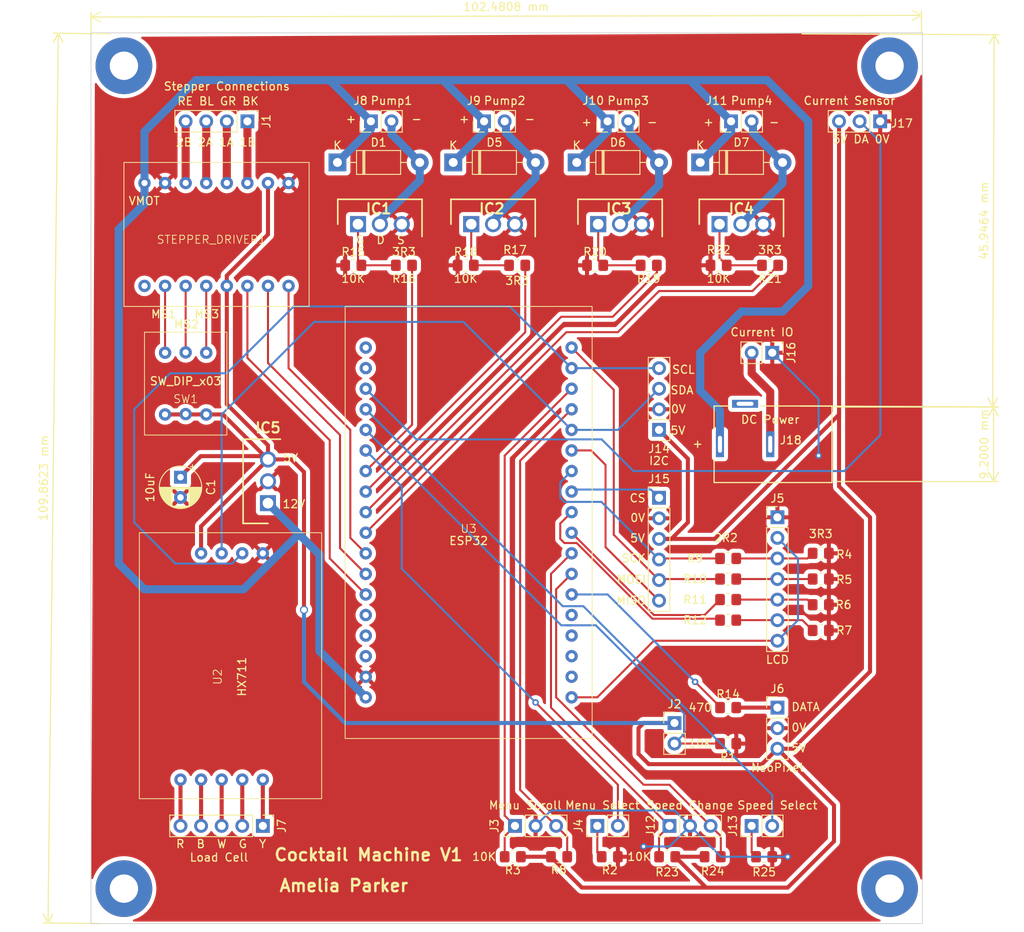
<source format=kicad_pcb>
(kicad_pcb (version 20221018) (generator pcbnew)
  (layers (0 "F.Cu" signal) (31 "B.Cu" signal) (34 "B.Paste" user) (35 "F.Paste" user) (36 "B.SilkS" user "B.Silkscreen") (37 "F.SilkS" user "F.Silkscreen") (38 "B.Mask" user) (39 "F.Mask" user) (44 "Edge.Cuts" user))
  (net 0 "")
  (net 1 "5V")
  (net 2 "SDA")
  (net 3 "SCL")
  (net 4 "SCK")
  (net 5 "Net-(J7-Pin_5)")
  (net 6 "Net-(J7-Pin_4)")
  (net 7 "Net-(J7-Pin_3)")
  (net 8 "Net-(J7-Pin_2)")
  (net 9 "Net-(J7-Pin_1)")
  (net 10 "MOSI")
  (net 11 "Pump1")
  (net 12 "MISO")
  (net 13 "Pump2")
  (net 14 "LCD Reset")
  (net 15 "Pump3")
  (net 16 "LCD DC")
  (net 17 "Pump4")
  (net 18 "Net-(IC1-G)")
  (net 19 "0V")
  (net 20 "Net-(IC2-G)")
  (net 21 "Net-(IC3-G)")
  (net 22 "Net-(IC4-G)")
  (net 23 "Net-(J1-Pin_1)")
  (net 24 "Net-(J1-Pin_2)")
  (net 25 "Net-(J1-Pin_3)")
  (net 26 "Net-(J1-Pin_4)")
  (net 27 "Limit Switch")
  (net 28 "Net-(J5-Pin_3)")
  (net 29 "Net-(J5-Pin_4)")
  (net 30 "Net-(J5-Pin_5)")
  (net 31 "Net-(J5-Pin_6)")
  (net 32 "Net-(J6-Pin_1)")
  (net 33 "Net-(STEPPER_DRIVER1-MS1)")
  (net 34 "Net-(STEPPER_DRIVER1-MS2)")
  (net 35 "Net-(STEPPER_DRIVER1-MS3)")
  (net 37 "3V3")
  (net 40 "NeoPixel DI")
  (net 41 "Stepper Not Sleep")
  (net 42 "Stepper Step")
  (net 43 "Stepper Direction")
  (net 44 "12V")
  (net 47 "Pump1 On")
  (net 48 "Pump2 On")
  (net 49 "Pump3 On")
  (net 50 "Pump4 On")
  (net 55 "Menu Scroll A")
  (net 56 "Net-(J4-Pin_1)")
  (net 57 "Menu Select")
  (net 58 "Speed Change A")
  (net 59 "Speed Change B")
  (net 60 "Net-(J13-Pin_1)")
  (net 61 "Speed Select")
  (net 62 "CurrentOut")
  (net 63 "Current_Value")
  (net 65 "Menu Scroll B")
  (net 67 "CS")
  (footprint "Connector_PinHeader_2.54mm:PinHeader_1x02_P2.54mm_Vertical" (layer "F.Cu") (at 174.625 113.66)
    (fp_text reference "J2")
    (fp_text value "Limit Switch")
  )
  (footprint "Resistor_SMD:R_0805_2012Metric_Pad1.20x1.40mm_HandSolder" (layer "F.Cu") (at 192.675 99.06)
    (fp_text reference "R6")
    (fp_text value "3R3")
  )
  (footprint "Connector_PinHeader_2.54mm:PinHeader_1x02_P2.54mm_Vertical" (layer "F.Cu") (at 181.61 39.37 90)
    (fp_text reference "J11")
    (fp_text value "Pump4")
  )
  (footprint "Resistor_SMD:R_0805_2012Metric_Pad1.20x1.40mm_HandSolder" (layer "F.Cu") (at 181.245 93.345)
    (fp_text reference "R9")
    (fp_text value "2R2")
  )
  (footprint "Resistor_SMD:R_0805_2012Metric_Pad1.20x1.40mm_HandSolder" (layer "F.Cu") (at 192.675 92.71)
    (fp_text reference "R4")
    (fp_text value "3R3")
  )
  (footprint "Diode_THT:D_DO-41_SOD81_P10.16mm_Horizontal" (layer "F.Cu") (at 162.56 44.45)
    (fp_text reference "D6")
    (fp_text value "1N5822")
  )
  (footprint "Connector_PinHeader_2.54mm:PinHeader_1x02_P2.54mm_Vertical" (layer "F.Cu") (at 184.145 126.365 90)
    (fp_text reference "J13")
    (fp_text value "Speed Select")
  )
  (footprint "Connector_PinHeader_2.54mm:PinHeader_1x03_P2.54mm_Vertical" (layer "F.Cu") (at 200.01 39.37 -90)
    (fp_text reference "J17")
    (fp_text value "Current Sensor")
  )
  (footprint "Resistor_SMD:R_0805_2012Metric_Pad1.20x1.40mm_HandSolder" (layer "F.Cu") (at 181.245 100.965)
    (fp_text reference "R12")
    (fp_text value "2R2")
  )
  (footprint "Resistor_SMD:R_0805_2012Metric_Pad1.20x1.40mm_HandSolder" (layer "F.Cu") (at 181.245 111.76)
    (fp_text reference "R14")
    (fp_text value "470")
  )
  (footprint "Resistor_SMD:R_0805_2012Metric_Pad1.20x1.40mm_HandSolder" (layer "F.Cu") (at 166.64 130.175 180)
    (fp_text reference "R2")
    (fp_text value "10K")
  )
  (footprint "N_Mosfet:TO270P460X1020X2008-3P" (layer "F.Cu") (at 149.54 52.07)
    (fp_text reference "IC2")
    (fp_text value "STP60NF06" hide)
  )
  (footprint "Resistor_SMD:R_0805_2012Metric_Pad1.20x1.40mm_HandSolder" (layer "F.Cu") (at 171.45 57.15 180)
    (fp_text reference "R19")
    (fp_text value "3R3")
  )
  (footprint "Resistor_SMD:R_0805_2012Metric_Pad1.20x1.40mm_HandSolder" (layer "F.Cu") (at 180.07 57.15)
    (fp_text reference "R22")
    (fp_text value "10K")
  )
  (footprint "Resistor_SMD:R_0805_2012Metric_Pad1.20x1.40mm_HandSolder" (layer "F.Cu") (at 154.67 130.175 180)
    (fp_text reference "R3")
    (fp_text value "10K")
  )
  (footprint "Resistor_SMD:R_0805_2012Metric_Pad1.20x1.40mm_HandSolder" (layer "F.Cu") (at 185.69 130.175 180)
    (fp_text reference "R25")
    (fp_text value "10K")
  )
  (footprint "Resistor_SMD:R_0805_2012Metric_Pad1.20x1.40mm_HandSolder" (layer "F.Cu") (at 186.42 57.15 180)
    (fp_text reference "R21")
    (fp_text value "3R3")
  )
  (footprint "Resistor_SMD:R_0805_2012Metric_Pad1.20x1.40mm_HandSolder" (layer "F.Cu") (at 160.385 130.175)
    (fp_text reference "R8")
    (fp_text value "10K")
  )
  (footprint "Resistor_SMD:R_0805_2012Metric_Pad1.20x1.40mm_HandSolder" (layer "F.Cu") (at 134.985 57.15)
    (fp_text reference "R15")
    (fp_text value "10K")
  )
  (footprint "MountingHole:MountingHole_3.5mm_Pad" (layer "F.Cu") (at 106.68 134.112)
    (fp_text reference "H3")
    (fp_text value "MountingHole")
  )
  (footprint "Diode_THT:D_DO-41_SOD81_P10.16mm_Horizontal" (layer "F.Cu") (at 147.32 44.45)
    (fp_text reference "D5")
    (fp_text value "1N5822")
  )
  (footprint "SamacSys_Parts:DC Jack" (layer "F.Cu") (at 180.236 79.248 180)
    (fp_text reference "J18")
    (fp_text value "DC Power")
  )
  (footprint "N_Mosfet:TO270P460X1020X2008-3P" (layer "F.Cu") (at 180.18 52.07)
    (fp_text reference "IC4")
    (fp_text value "STP60NF06" hide)
  )
  (footprint "Resistor_SMD:R_0805_2012Metric_Pad1.20x1.40mm_HandSolder" (layer "F.Cu") (at 181.245 95.885)
    (fp_text reference "R10")
    (fp_text value "2R2")
  )
  (footprint "Connector_PinHeader_2.54mm:PinHeader_1x02_P2.54mm_Vertical" (layer "F.Cu") (at 137.16 39.37 90)
    (fp_text reference "J8")
    (fp_text value "Pump1")
  )
  (footprint "Connector_PinHeader_2.54mm:PinHeader_1x02_P2.54mm_Vertical" (layer "F.Cu") (at 186.69 67.945 -90)
    (fp_text reference "J16")
    (fp_text value "Current IO")
  )
  (footprint "Capacitor_THT:CP_Radial_D5.0mm_P2.50mm" (layer "F.Cu") (at 113.665 83.312 -90)
    (fp_text reference "C1")
    (fp_text value "10uF")
  )
  (footprint "Connector_PinHeader_2.54mm:PinHeader_1x04_P2.54mm_Vertical" (layer "F.Cu") (at 172.72 77.47 180)
    (fp_text reference "J14")
    (fp_text value "I2C")
  )
  (footprint "Resistor_SMD:R_0805_2012Metric_Pad1.20x1.40mm_HandSolder" (layer "F.Cu") (at 148.86 57.15)
    (fp_text reference "R18")
    (fp_text value "10K")
  )
  (footprint "Connector_PinHeader_2.54mm:PinHeader_1x05_P2.54mm_Vertical" (layer "F.Cu") (at 123.825 126.365 -90)
    (fp_text reference "J7")
    (fp_text value "Load Cell")
  )
  (footprint "Resistor_SMD:R_0805_2012Metric_Pad1.20x1.40mm_HandSolder" (layer "F.Cu") (at 173.72 130.175 180)
    (fp_text reference "R23")
    (fp_text value "10K")
  )
  (footprint "Resistor_SMD:R_0805_2012Metric_Pad1.20x1.40mm_HandSolder" (layer "F.Cu") (at 164.83 57.15)
    (fp_text reference "R20")
    (fp_text value "10K")
  )
  (footprint "Connector_PinHeader_2.54mm:PinHeader_1x02_P2.54mm_Vertical" (layer "F.Cu") (at 165.1 126.365 90)
    (fp_text reference "J4")
    (fp_text value "Menu Select")
  )
  (footprint "Resistor_SMD:R_0805_2012Metric_Pad1.20x1.40mm_HandSolder" (layer "F.Cu") (at 155.21 57.15 180)
    (fp_text reference "R17")
    (fp_text value "3R3")
  )
  (footprint "Connector_PinHeader_2.54mm:PinHeader_1x04_P2.54mm_Vertical" (layer "F.Cu") (at 121.92 39.37 -90)
    (fp_text reference "J1")
    (fp_text value "Stepper Connections")
  )
  (footprint "Resistor_SMD:R_0805_2012Metric_Pad1.20x1.40mm_HandSolder" (layer "F.Cu") (at 192.675 95.885)
    (fp_text reference "R5")
    (fp_text value "3R3")
  )
  (footprint "Connector_PinHeader_2.54mm:PinHeader_1x03_P2.54mm_Vertical" (layer "F.Cu") (at 187.325 111.76)
    (fp_text reference "J6")
    (fp_text value "NeoPixel")
  )
  (footprint "JayCar:DIL Switch" (layer "F.Cu") (at 114.3 73.025 90)
    (fp_text reference "SW1")
    (fp_text value "SW_DIP_x03")
  )
  (footprint "Resistor_SMD:R_0805_2012Metric_Pad1.20x1.40mm_HandSolder" (layer "F.Cu") (at 181.245 98.425)
    (fp_text reference "R11")
    (fp_text value "2R2")
  )
  (footprint "Connector_PinHeader_2.54mm:PinHeader_1x02_P2.54mm_Vertical" (layer "F.Cu") (at 151.13 39.37 90)
    (fp_text reference "J9")
    (fp_text value "Pump2")
  )
  (footprint "N_Mosfet:TO270P460X1020X2008-3P" (layer "F.Cu") (at 124.46 86.52 90)
    (fp_text reference "IC5")
    (fp_text value "5V Regulator" hide)
  )
  (footprint "MountingHole:MountingHole_3.5mm_Pad" (layer "F.Cu") (at 106.68 32.512)
    (fp_text reference "H1")
    (fp_text value "MountingHole")
  )
  (footprint "Microcontrollers:DOIT ESP32 DEVKIT" (layer "F.Cu") (at 149.225 90.17)
    (fp_text reference "U3")
    (fp_text value "ESP32")
  )
  (footprint "N_Mosfet:TO270P460X1020X2008-3P" (layer "F.Cu") (at 135.57 52.07)
    (fp_text reference "IC1")
    (fp_text value "STP60NF06" hide)
  )
  (footprint "N_Mosfet:TO270P460X1020X2008-3P" (layer "F.Cu") (at 165.21 52.07)
    (fp_text reference "IC3")
    (fp_text value "STP60NF06" hide)
  )
  (footprint "HX711_lib:HX711" (layer "F.Cu") (at 118.745 107.95 90)
    (fp_text reference "U2")
    (fp_text value "~")
  )
  (footprint "Diode_THT:D_DO-41_SOD81_P10.16mm_Horizontal" (layer "F.Cu") (at 177.8 44.45)
    (fp_text reference "D7")
    (fp_text value "1N5822")
  )
  (footprint "Resistor_SMD:R_0805_2012Metric_Pad1.20x1.40mm_HandSolder" (layer "F.Cu") (at 181.245 116.205 180)
    (fp_text reference "R1")
    (fp_text value "10K")
  )
  (footprint "Connector_PinHeader_2.54mm:PinHeader_1x07_P2.54mm_Vertical" (layer "F.Cu") (at 187.325 88.265)
    (fp_text reference "J5")
    (fp_text value "LCD")
  )
  (footprint "Connector_PinHeader_2.54mm:PinHeader_1x03_P2.54mm_Vertical" (layer "F.Cu") (at 174.005 126.365 90)
    (fp_text reference "J12")
    (fp_text value "Speed Change")
  )
  (footprint "Connector_PinHeader_2.54mm:PinHeader_1x03_P2.54mm_Vertical" (layer "F.Cu") (at 154.94 126.365 90)
    (fp_text reference "J3")
    (fp_text value "Menu Scroll")
  )
  (footprint "Resistor_SMD:R_0805_2012Metric_Pad1.20x1.40mm_HandSolder" (layer "F.Cu") (at 141.24 57.15 180)
    (fp_text reference "R16")
    (fp_text value "3R3")
  )
  (footprint "MountingHole:MountingHole_3.5mm_Pad" (layer "F.Cu") (at 201.168 32.512)
    (fp_text reference "H2")
    (fp_text value "MountingHole")
  )
  (footprint "Diode_THT:D_DO-41_SOD81_P10.16mm_Horizontal" (layer "F.Cu") (at 133.03 44.45)
    (fp_text reference "D1")
    (fp_text value "1N5822")
  )
  (footprint "Resistor_SMD:R_0805_2012Metric_Pad1.20x1.40mm_HandSolder" (layer "F.Cu") (at 192.675 102.235)
    (fp_text reference "R7")
    (fp_text value "3R3")
  )
  (footprint "Connector_PinHeader_2.54mm:PinHeader_1x02_P2.54mm_Vertical" (layer "F.Cu") (at 166.37 39.37 90)
    (fp_text reference "J10")
    (fp_text value "Pump3")
  )
  (footprint "Connector_PinHeader_2.54mm:PinHeader_1x06_P2.54mm_Vertical" (layer "F.Cu") (at 172.72 85.852)
    (fp_text reference "J15")
    (fp_text value "SPI")
  )
  (footprint "Resistor_SMD:R_0805_2012Metric_Pad1.20x1.40mm_HandSolder" (layer "F.Cu") (at 179.34 130.175)
    (fp_text reference "R24")
    (fp_text value "10K")
  )
  (footprint "MountingHole:MountingHole_3.5mm_Pad" (layer "F.Cu") (at 201.168 134.112)
    (fp_text reference "H4")
    (fp_text value "MountingHole")
  )
  (footprint "A4988:A4988" (layer "F.Cu") (at 119.38 54.61 90)
    (fp_text reference "STEPPER_DRIVER1")
    (fp_text value "~")
  )
  (gr_rect (start 102.616 28.448) (end 205.232 138.43) (stroke (width 0.1)) (fill none) (layer "Edge.Cuts"))
  (gr_text "MS1   MS3\n" (at 109.952219 63.762053) (layer "F.SilkS") (effects (font (size 1 1)) (justify left bottom)))
  (gr_text "2B 2A 1A 1B" (at 113.03 42.545) (layer "F.SilkS") (effects (font (size 1 1)) (justify left bottom)))
  (gr_text "CS\n" (at 168.999458 86.486897) (layer "F.SilkS") (effects (font (size 1 1)) (justify left bottom)))
  (gr_text "G  D  S\n" (at 135.23874 54.601644) (layer "F.SilkS") (effects (font (size 1 1)) (justify left bottom)))
  (gr_text "DATA\n" (at 188.976 112.268) (layer "F.SilkS") (effects (font (size 1 1)) (justify left bottom)))
  (gr_text "0V\n" (at 188.976 114.808) (layer "F.SilkS") (effects (font (size 1 1)) (justify left bottom)))
  (gr_text "Amelia Parker\n" (at 125.73 134.62) (layer "F.SilkS") (effects (font (size 1.5 1.5) (thickness 0.3) bold) (justify left bottom)))
  (gr_text "+         -\n\n" (at 133.985 41.275) (layer "F.SilkS") (effects (font (size 1 1)) (justify left bottom)))
  (gr_text "5V" (at 188.976 117.348) (layer "F.SilkS") (effects (font (size 1 1)) (justify left bottom)))
  (gr_text "0V\n" (at 169.087992 88.922244) (layer "F.SilkS") (effects (font (size 1 1)) (justify left bottom)))
  (gr_text "SCL\n" (at 174.244 70.612) (layer "F.SilkS") (effects (font (size 1 1)) (justify left bottom)))
  (gr_text "5V\n" (at 126.245075 81.52835) (layer "F.SilkS") (effects (font (size 1 1)) (justify left bottom)))
  (gr_text "MISO" (at 167.367891 99.128767) (layer "F.SilkS") (effects (font (size 1 1)) (justify left bottom)))
  (gr_text "VMOT" (at 107.188 49.784) (layer "F.SilkS") (effects (font (size 1 1)) (justify left bottom)))
  (gr_text "5V" (at 169.062697 91.435703) (layer "F.SilkS") (effects (font (size 1 1)) (justify left bottom)))
  (gr_text "+         -\n\n" (at 147.955 41.275) (layer "F.SilkS") (effects (font (size 1 1)) (justify left bottom)))
  (gr_text "RE BL GR BK" (at 113.198823 37.47395) (layer "F.SilkS") (effects (font (size 1 1)) (justify left bottom)))
  (gr_text "12V" (at 126.175159 87.209024) (layer "F.SilkS") (effects (font (size 1 1)) (justify left bottom)))
  (gr_text "+         -\n\n" (at 163.068 41.656) (layer "F.SilkS") (effects (font (size 1 1)) (justify left bottom)))
  (gr_text "5V\n" (at 174.05 78.135) (layer "F.SilkS") (effects (font (size 1 1)) (justify left bottom)))
  (gr_text "Cocktail Machine V1" (at 125.095 130.81) (layer "F.SilkS") (effects (font (size 1.5 1.5) (thickness 0.3) bold) (justify left bottom)))
  (gr_text "MS2\n" (at 112.776 65.024) (layer "F.SilkS") (effects (font (size 1 1)) (justify left bottom)))
  (gr_text "0V" (at 174.104466 75.491565) (layer "F.SilkS") (effects (font (size 1 1)) (justify left bottom)))
  (gr_text "SDA" (at 174.05 73.152) (layer "F.SilkS") (effects (font (size 1 1)) (justify left bottom)))
  (gr_text "+         -\n\n" (at 178.10942 41.656) (layer "F.SilkS") (effects (font (size 1 1)) (justify left bottom)))
  (gr_text "MOSI" (at 167.405835 96.518817) (layer "F.SilkS") (effects (font (size 1 1)) (justify left bottom)))
  (gr_text "R  B  W  G  Y\n" (at 113.039824 129.179462) (layer "F.SilkS") (effects (font (size 1 1)) (justify left bottom)))
  (gr_text "5V DA 0V" (at 194.056 42.164) (layer "F.SilkS") (effects (font (size 1 1)) (justify left bottom)))
  (gr_text "SCK" (at 168.025577 93.914673) (layer "F.SilkS") (effects (font (size 1 1)) (justify left bottom)))
  (dimension (type aligned) (layer "F.SilkS") (pts (xy 102.624402 29.413621) (xy 205.105 29.21)) (height -2.920639) (gr_text "102.4808 mm" (at 153.856613 25.241179 0.1138426794) (layer "F.SilkS") (effects (font (size 1 1) (thickness 0.15)))) (format (prefix "") (suffix "") (units 3) (units_format 1) (precision 4)) (style (thickness 0.15) (arrow_length 1.27) (text_position_mode 0) (extension_height 0.58642) (extension_offset 0.5) keep_text_aligned))
  (dimension (type aligned) (layer "F.SilkS") (pts (xy 193.936002 74.647999) (xy 193.936002 83.848001)) (height -20.058998) (gr_text "9.2000 mm" (at 212.845 79.248 90) (layer "F.SilkS") (effects (font (size 1 1) (thickness 0.15)))) (format (prefix "") (suffix "") (units 3) (units_format 1) (precision 4)) (style (thickness 0.15) (arrow_length 1.27) (text_position_mode 0) (extension_height 0.58642) (extension_offset 0.5) keep_text_aligned))
  (dimension (type aligned) (layer "F.SilkS") (pts (xy 189.665972 74.520999) (xy 189.865 28.575)) (height 24.216764) (gr_text "45.9464 mm" (at 212.832034 51.647918 89.7518088) (layer "F.SilkS") (effects (font (size 1 1) (thickness 0.15)))) (format (prefix "") (suffix "") (units 3) (units_format 1) (precision 4)) (style (thickness 0.15) (arrow_length 1.27) (text_position_mode 0) (extension_height 0.58642) (extension_offset 0.5) keep_text_aligned))
  (dimension (type aligned) (layer "F.SilkS") (pts (xy 104.14 138.43) (xy 105.41 28.575)) (height -6.824941) (gr_text "109.8623 mm" (at 96.800592 83.41031 89.33765055) (layer "F.SilkS") (effects (font (size 1 1) (thickness 0.15)))) (format (prefix "") (suffix "") (units 3) (units_format 1) (precision 4)) (style (thickness 0.15) (arrow_length 1.27) (text_position_mode 0) (extension_height 0.58642) (extension_offset 0.5) keep_text_aligned))
  (segment (start 198.755 88.265) (end 198.755 107.315) (width 0.5) (layer "F.Cu") (net 1))
  (segment (start 163.195 133.985) (end 159.385 130.175) (width 0.5) (layer "F.Cu") (net 1))
  (segment (start 178.53 133.985) (end 163.195 133.985) (width 0.5) (layer "F.Cu") (net 1))
  (segment (start 194.93 71.12) (end 194.93 84.44) (width 0.5) (layer "F.Cu") (net 1))
  (segment (start 170.18 117.475) (end 170.18 114.3) (width 0.5) (layer "F.Cu") (net 1))
  (segment (start 194.31 123.825) (end 194.31 128.27) (width 0.5) (layer "F.Cu") (net 1))
  (segment (start 155.67 130.175) (end 159.385 130.175) (width 0.5) (layer "F.Cu") (net 1))
  (segment (start 194.93 71.12) (end 194.93 39.37) (width 0.5) (layer "F.Cu") (net 1))
  (segment (start 174.244 90.932) (end 176.276 88.9) (width 0.5) (layer "F.Cu") (net 1))
  (segment (start 116.205 92.71) (end 116.205 89.375) (width 0.5) (layer "F.Cu") (net 1))
  (segment (start 176.276 81.026) (end 172.72 77.47) (width 0.5) (layer "F.Cu") (net 1))
  (segment (start 116.84 75.565) (end 111.76 75.565) (width 0.5) (layer "F.Cu") (net 1))
  (segment (start 170.82 113.66) (end 174.625 113.66) (width 0.5) (layer "F.Cu") (net 1))
  (segment (start 128.905 99.695) (end 128.905 82.677) (width 0.5) (layer "F.Cu") (net 1))
  (segment (start 170.18 114.3) (end 170.82 113.66) (width 0.5) (layer "F.Cu") (net 1))
  (segment (start 119.38 58.42) (end 124.46 53.34) (width 0.5) (layer "F.Cu") (net 1))
  (segment (start 124.46 79.375) (end 124.46 81.12) (width 0.5) (layer "F.Cu") (net 1))
  (segment (start 194.31 128.27) (end 188.595 133.985) (width 0.5) (layer "F.Cu") (net 1))
  (segment (start 127.348 81.12) (end 124.46 81.12) (width 0.5) (layer "F.Cu") (net 1))
  (segment (start 119.38 74.295) (end 124.46 79.375) (width 0.5) (layer "F.Cu") (net 1))
  (segment (start 179.578 90.932) (end 172.72 90.932) (width 0.5) (layer "F.Cu") (net 1))
  (segment (start 174.6725 130.175) (end 178.3875 130.175) (width 0.5) (layer "F.Cu") (net 1))
  (segment (start 128.905 82.677) (end 127.348 81.12) (width 0.5) (layer "F.Cu") (net 1))
  (segment (start 171.45 118.745) (end 170.18 117.475) (width 0.5) (layer "F.Cu") (net 1))
  (segment (start 176.276 88.9) (end 176.276 81.026) (width 0.5) (layer "F.Cu") (net 1))
  (segment (start 124.46 81.12) (end 118.905 75.565) (width 0.5) (layer "F.Cu") (net 1))
  (segment (start 194.93 71.12) (end 194.93 75.58) (width 0.5) (layer "F.Cu") (net 1))
  (segment (start 118.905 75.565) (end 116.84 75.565) (width 0.5) (layer "F.Cu") (net 1))
  (segment (start 124.049887 80.709887) (end 124.46 81.12) (width 0.5) (layer "F.Cu") (net 1))
  (segment (start 198.755 107.315) (end 189.23 116.84) (width 0.5) (layer "F.Cu") (net 1))
  (segment (start 124.46 53.34) (end 124.46 46.99) (width 0.5) (layer "F.Cu") (net 1))
  (segment (start 172.72 90.932) (end 174.244 90.932) (width 0.5) (layer "F.Cu") (net 1))
  (segment (start 119.38 59.69) (end 119.38 74.295) (width 0.5) (layer "F.Cu") (net 1))
  (segment (start 113.665 83.225) (end 116.180113 80.709887) (width 0.5) (layer "F.Cu") (net 1))
  (segment (start 194.93 84.44) (end 198.755 88.265) (width 0.5) (layer "F.Cu") (net 1))
  (segment (start 189.23 116.84) (end 187.325 116.84) (width 0.5) (layer "F.Cu") (net 1))
  (segment (start 119.38 59.69) (end 119.38 58.42) (width 0.5) (layer "F.Cu") (net 1))
  (segment (start 116.180113 80.709887) (end 124.049887 80.709887) (width 0.5) (layer "F.Cu") (net 1))
  (segment (start 185.42 118.745) (end 171.45 118.745) (width 0.5) (layer "F.Cu") (net 1))
  (segment (start 116.205 89.375) (end 124.46 81.12) (width 0.5) (layer "F.Cu") (net 1))
  (segment (start 187.325 116.84) (end 185.42 118.745) (width 0.5) (layer "F.Cu") (net 1))
  (segment (start 188.595 133.985) (end 178.53 133.985) (width 0.5) (layer "F.Cu") (net 1))
  (segment (start 178.53 133.985) (end 174.72 130.175) (width 0.5) (layer "F.Cu") (net 1))
  (segment (start 187.325 116.84) (end 194.31 123.825) (width 0.5) (layer "F.Cu") (net 1))
  (segment (start 194.93 75.58) (end 179.578 90.932) (width 0.5) (layer "F.Cu") (net 1))
  (via (at 128.905 99.695) (size 1) (drill 0.7) (layers "F.Cu" "B.Cu") (net 1))
  (segment (start 128.905 108.585) (end 133.98 113.66) (width 0.5) (layer "B.Cu") (net 1))
  (segment (start 128.905 99.695) (end 128.905 108.585) (width 0.5) (layer "B.Cu") (net 1))
  (segment (start 133.98 113.66) (end 174.625 113.66) (width 0.5) (layer "B.Cu") (net 1))
  (segment (start 118.745 92.71) (end 118.745 75.565) (width 0.25) (layer "B.Cu") (net 2))
  (segment (start 148.59 64.135) (end 161.925 77.47) (width 0.25) (layer "B.Cu") (net 2))
  (segment (start 172.72 72.39) (end 167.64 77.47) (width 0.25) (layer "B.Cu") (net 2))
  (segment (start 130.175 64.135) (end 148.59 64.135) (width 0.25) (layer "B.Cu") (net 2))
  (segment (start 167.64 77.47) (end 161.925 77.47) (width 0.25) (layer "B.Cu") (net 2))
  (segment (start 118.745 75.565) (end 130.175 64.135) (width 0.25) (layer "B.Cu") (net 2))
  (segment (start 112.395 70.485) (end 119.38 70.485) (width 0.25) (layer "B.Cu") (net 3))
  (segment (start 154.305 62.23) (end 161.925 69.85) (width 0.25) (layer "B.Cu") (net 3))
  (segment (start 113.03 93.98) (end 107.95 88.9) (width 0.25) (layer "B.Cu") (net 3))
  (segment (start 107.95 88.9) (end 107.95 74.93) (width 0.25) (layer "B.Cu") (net 3))
  (segment (start 121.285 92.71) (end 120.015 93.98) (width 0.25) (layer "B.Cu") (net 3))
  (segment (start 172.72 69.85) (end 161.925 69.85) (width 0.25) (layer "B.Cu") (net 3))
  (segment (start 127.635 62.23) (end 154.305 62.23) (width 0.25) (layer "B.Cu") (net 3))
  (segment (start 119.38 70.485) (end 127.635 62.23) (width 0.25) (layer "B.Cu") (net 3))
  (segment (start 120.015 93.98) (end 113.03 93.98) (width 0.25) (layer "B.Cu") (net 3))
  (segment (start 107.95 74.93) (end 112.395 70.485) (width 0.25) (layer "B.Cu") (net 3))
  (segment (start 180.245 93.345) (end 172.72 93.345) (width 0.25) (layer "F.Cu") (net 4))
  (segment (start 165.608 86.36) (end 161.036 86.36) (width 0.25) (layer "B.Cu") (net 4))
  (segment (start 160.528 83.947) (end 161.925 82.55) (width 0.25) (layer "B.Cu") (net 4))
  (segment (start 172.72 93.472) (end 165.608 86.36) (width 0.25) (layer "B.Cu") (net 4))
  (segment (start 160.528 85.852) (end 160.528 83.947) (width 0.25) (layer "B.Cu") (net 4))
  (segment (start 161.036 86.36) (end 160.528 85.852) (width 0.25) (layer "B.Cu") (net 4))
  (segment (start 113.665 120.65) (end 113.665 126.365) (width 0.5) (layer "F.Cu") (net 5))
  (segment (start 116.205 120.65) (end 116.205 126.365) (width 0.5) (layer "F.Cu") (net 6))
  (segment (start 118.745 120.65) (end 118.745 126.365) (width 0.5) (layer "F.Cu") (net 7))
  (segment (start 121.285 120.65) (end 121.285 126.365) (width 0.5) (layer "F.Cu") (net 8))
  (segment (start 123.825 120.65) (end 123.825 126.365) (width 0.5) (layer "F.Cu") (net 9))
  (segment (start 167.132 72.517) (end 161.925 67.31) (width 0.25) (layer "F.Cu") (net 10))
  (segment (start 180.245 95.885) (end 172.72 95.885) (width 0.25) (layer "F.Cu") (net 10))
  (segment (start 167.132 90.424) (end 167.132 72.517) (width 0.25) (layer "F.Cu") (net 10))
  (segment (start 167.132 90.424) (end 172.72 96.012) (width 0.25) (layer "F.Cu") (net 10))
  (segment (start 138.065 51.8) (end 143.19 46.675) (width 1) (layer "B.Cu") (net 11))
  (segment (start 143.19 44.45) (end 139.7 40.96) (width 1) (layer "B.Cu") (net 11))
  (segment (start 143.19 46.675) (end 143.19 44.45) (width 1) (layer "B.Cu") (net 11))
  (segment (start 139.7 40.96) (end 139.7 39.37) (width 1) (layer "B.Cu") (net 11))
  (segment (start 166.116 91.948) (end 166.116 81.788) (width 0.25) (layer "F.Cu") (net 12))
  (segment (start 172.72 98.552) (end 166.116 91.948) (width 0.25) (layer "F.Cu") (net 12))
  (segment (start 164.338 80.01) (end 161.925 80.01) (width 0.25) (layer "F.Cu") (net 12))
  (segment (start 166.116 81.788) (end 164.338 80.01) (width 0.25) (layer "F.Cu") (net 12))
  (segment (start 157.32 44.29) (end 153.83 40.8) (width 1) (layer "B.Cu") (net 13))
  (segment (start 157.48 46.355) (end 157.48 44.45) (width 1) (layer "B.Cu") (net 13))
  (segment (start 152.035 51.8) (end 157.48 46.355) (width 1) (layer "B.Cu") (net 13))
  (segment (start 153.83 40.8) (end 153.83 39.21) (width 1) (layer "B.Cu") (net 13))
  (segment (start 172.085 100.33) (end 161.925 90.17) (width 0.25) (layer "F.Cu") (net 14))
  (segment (start 178.34 100.33) (end 172.085 100.33) (width 0.25) (layer "F.Cu") (net 14))
  (segment (start 180.245 98.425) (end 178.34 100.33) (width 0.25) (layer "F.Cu") (net 14))
  (segment (start 172.72 44.45) (end 172.72 47.26) (width 1) (layer "B.Cu") (net 15))
  (segment (start 172.72 47.26) (end 167.91 52.07) (width 1) (layer "B.Cu") (net 15))
  (segment (start 169.07 40.8) (end 169.07 39.21) (width 1) (layer "B.Cu") (net 15))
  (segment (start 172.56 44.29) (end 169.07 40.8) (width 1) (layer "B.Cu") (net 15))
  (segment (start 162.558251 91.44) (end 161.036 91.44) (width 0.25) (layer "F.Cu") (net 16))
  (segment (start 180.06 100.78) (end 171.898251 100.78) (width 0.25) (layer "F.Cu") (net 16))
  (segment (start 160.528 90.932) (end 160.528 89.027) (width 0.25) (layer "F.Cu") (net 16))
  (segment (start 171.898251 100.78) (end 162.558251 91.44) (width 0.25) (layer "F.Cu") (net 16))
  (segment (start 160.528 89.027) (end 161.925 87.63) (width 0.25) (layer "F.Cu") (net 16))
  (segment (start 180.245 100.965) (end 180.06 100.78) (width 0.25) (layer "F.Cu") (net 16))
  (segment (start 161.036 91.44) (end 160.528 90.932) (width 0.25) (layer "F.Cu") (net 16))
  (segment (start 187.8 44.29) (end 184.31 40.8) (width 1) (layer "B.Cu") (net 17))
  (segment (start 187.96 46.99) (end 183.15 51.8) (width 1) (layer "B.Cu") (net 17))
  (segment (start 184.31 40.8) (end 184.31 39.21) (width 1) (layer "B.Cu") (net 17))
  (segment (start 187.96 44.18) (end 187.96 46.99) (width 1) (layer "B.Cu") (net 17))
  (segment (start 135.57 56.735) (end 135.57 52.07) (width 0.25) (layer "F.Cu") (net 18))
  (segment (start 135.985 57.15) (end 135.57 56.735) (width 0.25) (layer "F.Cu") (net 18))
  (segment (start 135.985 57.15) (end 140.24 57.15) (width 0.25) (layer "F.Cu") (net 18))
  (via (at 188.595 130.175) (size 0.8) (drill 0.4) (layers "F.Cu" "B.Cu") (net 19))
  (via (at 192.405 80.645) (size 0.8) (drill 0.4) (layers "F.Cu" "B.Cu") (net 19))
  (via (at 170.815 128.905) (size 0.8) (drill 0.4) (layers "F.Cu" "B.Cu") (net 19))
  (segment (start 174.64 124.46) (end 176.545 126.365) (width 0.25) (layer "B.Cu") (net 19))
  (segment (start 192.405 73.66) (end 192.405 80.645) (width 0.25) (layer "B.Cu") (net 19))
  (segment (start 180.355 130.175) (end 188.595 130.175) (width 0.25) (layer "B.Cu") (net 19))
  (segment (start 157.48 126.365) (end 159.385 124.46) (width 0.25) (layer "B.Cu") (net 19))
  (segment (start 159.385 124.46) (end 174.64 124.46) (width 0.25) (layer "B.Cu") (net 19))
  (segment (start 176.545 126.365) (end 174.005 128.905) (width 0.25) (layer "B.Cu") (net 19))
  (segment (start 176.545 126.365) (end 180.355 130.175) (width 0.25) (layer "B.Cu") (net 19))
  (segment (start 186.69 67.945) (end 192.405 73.66) (width 0.25) (layer "B.Cu") (net 19))
  (segment (start 174.005 128.905) (end 170.815 128.905) (width 0.25) (layer "B.Cu") (net 19))
  (segment (start 149.54 56.83) (end 149.54 52.07) (width 0.25) (layer "F.Cu") (net 20))
  (segment (start 149.86 57.15) (end 149.54 56.83) (width 0.25) (layer "F.Cu") (net 20))
  (segment (start 154.21 57.15) (end 149.86 57.15) (width 0.25) (layer "F.Cu") (net 20))
  (segment (start 165.83 57.15) (end 165.21 56.53) (width 0.25) (layer "F.Cu") (net 21))
  (segment (start 165.83 57.15) (end 170.45 57.15) (width 0.25) (layer "F.Cu") (net 21))
  (segment (start 165.21 56.53) (end 165.21 52.07) (width 0.25) (layer "F.Cu") (net 21))
  (segment (start 180.18 56.26) (end 180.18 52.07) (width 0.25) (layer "F.Cu") (net 22))
  (segment (start 185.42 57.15) (end 181.07 57.15) (width 0.25) (layer "F.Cu") (net 22))
  (segment (start 181.07 57.15) (end 180.18 56.26) (width 0.25) (layer "F.Cu") (net 22))
  (segment (start 121.92 39.37) (end 121.92 46.99) (width 1) (layer "F.Cu") (net 23))
  (segment (start 119.38 39.37) (end 119.38 46.99) (width 1) (layer "F.Cu") (net 24))
  (segment (start 116.84 39.37) (end 116.84 46.99) (width 1) (layer "F.Cu") (net 25))
  (segment (start 114.3 39.37) (end 114.3 46.99) (width 1) (layer "F.Cu") (net 26))
  (segment (start 174.625 116.2) (end 180.24 116.2) (width 0.25) (layer "F.Cu") (net 27))
  (segment (start 180.24 116.2) (end 180.245 116.205) (width 0.25) (layer "F.Cu") (net 27))
  (segment (start 175.8 115.025) (end 174.625 116.2) (width 0.25) (layer "B.Cu") (net 27))
  (segment (start 136.525 77.47) (end 160.655 101.6) (width 0.25) (layer "B.Cu") (net 27))
  (segment (start 175.8 112.485) (end 175.8 115.025) (width 0.25) (layer "B.Cu") (net 27))
  (segment (start 164.915 101.6) (end 175.8 112.485) (width 0.25) (layer "B.Cu") (net 27))
  (segment (start 161.29 101.6) (end 164.915 101.6) (width 0.25) (layer "B.Cu") (net 27))
  (segment (start 160.655 101.6) (end 161.925 101.6) (width 0.25) (layer "B.Cu") (net 27))
  (segment (start 182.245 93.345) (end 191.04 93.345) (width 0.25) (layer "F.Cu") (net 28))
  (segment (start 191.04 93.345) (end 191.675 92.71) (width 0.25) (layer "F.Cu") (net 28))
  (segment (start 182.245 95.885) (end 191.675 95.885) (width 0.25) (layer "F.Cu") (net 29))
  (segment (start 182.245 98.425) (end 191.04 98.425) (width 0.25) (layer "F.Cu") (net 30))
  (segment (start 191.04 98.425) (end 191.675 99.06) (width 0.25) (layer "F.Cu") (net 30))
  (segment (start 190.405 100.965) (end 191.675 102.235) (width 0.25) (layer "F.Cu") (net 31))
  (segment (start 182.245 100.965) (end 190.405 100.965) (width 0.25) (layer "F.Cu") (net 31))
  (segment (start 187.325 111.76) (end 182.245 111.76) (width 0.5) (layer "F.Cu") (net 32))
  (segment (start 111.76 67.945) (end 111.76 59.69) (width 0.25) (layer "F.Cu") (net 33))
  (segment (start 114.3 67.905) (end 114.3 59.69) (width 0.25) (layer "F.Cu") (net 34))
  (segment (start 116.84 67.945) (end 116.84 59.69) (width 0.25) (layer "F.Cu") (net 35))
  (segment (start 165.1 110.49) (end 172.085 103.505) (width 0.25) (layer "F.Cu") (net 37))
  (segment (start 161.925 110.49) (end 165.1 110.49) (width 0.25) (layer "F.Cu") (net 37))
  (segment (start 172.085 103.505) (end 187.325 103.505) (width 0.25) (layer "F.Cu") (net 37))
  (segment (start 189.865 93.345) (end 189.865 100.965) (width 0.25) (layer "B.Cu") (net 37))
  (segment (start 189.865 100.965) (end 187.325 103.505) (width 0.25) (layer "B.Cu") (net 37))
  (segment (start 187.325 90.805) (end 189.865 93.345) (width 0.25) (layer "B.Cu") (net 37))
  (segment (start 177.165 108.585) (end 180.245 111.665) (width 0.25) (layer "F.Cu") (net 40))
  (segment (start 180.245 111.665) (end 180.245 111.76) (width 0.25) (layer "F.Cu") (net 40))
  (via (at 177.165 108.585) (size 0.8) (drill 0.4) (layers "F.Cu" "B.Cu") (net 40))
  (segment (start 161.933619 97.79) (end 166.37 97.79) (width 0.25) (layer "B.Cu") (net 40))
  (segment (start 166.37 97.79) (end 177.165 108.585) (width 0.25) (layer "B.Cu") (net 40))
  (segment (start 121.92 68.58) (end 121.92 59.69) (width 0.25) (layer "F.Cu") (net 41))
  (segment (start 132.08 78.74) (end 121.92 68.58) (width 0.25) (layer "F.Cu") (net 41))
  (segment (start 136.525 97.79) (end 132.08 93.345) (width 0.25) (layer "F.Cu") (net 41))
  (segment (start 132.08 93.345) (end 132.08 78.74) (width 0.25) (layer "F.Cu") (net 41))
  (segment (start 136.525 95.25) (end 133.35 92.075) (width 0.25) (layer "F.Cu") (net 42))
  (segment (start 133.35 78.105) (end 124.46 69.215) (width 0.25) (layer "F.Cu") (net 42))
  (segment (start 124.46 69.215) (end 124.46 59.69) (width 0.25) (layer "F.Cu") (net 42))
  (segment (start 133.35 92.075) (end 133.35 78.105) (width 0.25) (layer "F.Cu") (net 42))
  (segment (start 134.62 77.47) (end 127 69.85) (width 0.25) (layer "F.Cu") (net 43))
  (segment (start 136.525 92.71) (end 134.62 90.805) (width 0.25) (layer "F.Cu") (net 43))
  (segment (start 127 69.85) (end 127 59.69) (width 0.25) (layer "F.Cu") (net 43))
  (segment (start 134.62 90.805) (end 134.62 77.47) (width 0.25) (layer "F.Cu") (net 43))
  (segment (start 146.05 34.29) (end 151.13 39.37) (width 1) (layer "B.Cu") (net 44))
  (segment (start 130.81 92.87) (end 130.81 104.775) (width 1) (layer "B.Cu") (net 44))
  (segment (start 106.045 93.98) (end 109.22 97.155) (width 1) (layer "B.Cu") (net 44))
  (segment (start 151.13 40.64) (end 147.32 44.45) (width 1) (layer "B.Cu") (net 44))
  (segment (start 191.135 39.37) (end 191.135 59.69) (width 1) (layer "B.Cu") (net 44))
  (segment (start 121.447581 97.155) (end 128.27 90.332581) (width 1) (layer "B.Cu") (net 44))
  (segment (start 176.53 34.29) (end 181.61 39.37) (width 1) (layer "B.Cu") (net 44))
  (segment (start 176.53 34.29) (end 186.055 34.29) (width 1) (layer "B.Cu") (net 44))
  (segment (start 180.236 75.08) (end 180.236 79.248) (width 1) (layer "B.Cu") (net 44))
  (segment (start 109.22 97.155) (end 121.447581 97.155) (width 1) (layer "B.Cu") (net 44))
  (segment (start 191.135 59.69) (end 187.96 62.865) (width 1) (layer "B.Cu") (net 44))
  (segment (start 181.61 39.37) (end 181.61 40.64) (width 1) (layer "B.Cu") (net 44))
  (segment (start 177.8 72.644) (end 180.236 75.08) (width 1) (layer "B.Cu") (net 44))
  (segment (start 130.81 92.87) (end 128.27 90.33) (width 1) (layer "B.Cu") (net 44))
  (segment (start 166.37 40.64) (end 162.56 44.45) (width 1) (layer "B.Cu") (net 44))
  (segment (start 186.055 34.29) (end 191.135 39.37) (width 1) (layer "B.Cu") (net 44))
  (segment (start 132.08 34.29) (end 146.05 34.29) (width 1) (layer "B.Cu") (net 44))
  (segment (start 130.81 104.775) (end 136.525 110.49) (width 1) (layer "B.Cu") (net 44))
  (segment (start 128.27 90.33) (end 124.46 86.52) (width 1) (layer "B.Cu") (net 44))
  (segment (start 115.57 34.29) (end 109.22 40.64) (width 1) (layer "B.Cu") (net 44))
  (segment (start 137.16 40.32) (end 133.03 44.45) (width 1) (layer "B.Cu") (net 44))
  (segment (start 182.88 62.865) (end 177.8 67.945) (width 1) (layer "B.Cu") (net 44))
  (segment (start 109.22 40.64) (end 109.22 49.53) (width 1) (layer "B.Cu") (net 44))
  (segment (start 137.16 39.37) (end 137.16 40.32) (width 1) (layer "B.Cu") (net 44))
  (segment (start 181.61 40.64) (end 177.8 44.45) (width 1) (layer "B.Cu") (net 44))
  (segment (start 132.08 34.29) (end 137.16 39.37) (width 1) (layer "B.Cu") (net 44))
  (segment (start 177.8 67.945) (end 177.8 72.644) (width 1) (layer "B.Cu") (net 44))
  (segment (start 151.13 39.37) (end 151.13 40.64) (width 1) (layer "B.Cu") (net 44))
  (segment (start 132.08 34.29) (end 115.57 34.29) (width 1) (layer "B.Cu") (net 44))
  (segment (start 187.96 62.865) (end 182.88 62.865) (width 1) (layer "B.Cu") (net 44))
  (segment (start 166.37 39.37) (end 166.37 40.64) (width 1) (layer "B.Cu") (net 44))
  (segment (start 109.22 49.53) (end 106.045 52.705) (width 1) (layer "B.Cu") (net 44))
  (segment (start 146.05 34.29) (end 161.29 34.29) (width 1) (layer "B.Cu") (net 44))
  (segment (start 161.29 34.29) (end 166.37 39.37) (width 1) (layer "B.Cu") (net 44))
  (segment (start 128.27 90.332581) (end 128.27 90.33) (width 1) (layer "B.Cu") (net 44))
  (segment (start 106.045 52.705) (end 106.045 93.98) (width 1) (layer "B.Cu") (net 44))
  (segment (start 161.29 34.29) (end 176.53 34.29) (width 1) (layer "B.Cu") (net 44))
  (segment (start 142.24 57.15) (end 142.24 76.835) (width 0.25) (layer "F.Cu") (net 47))
  (segment (start 142.24 76.835) (end 136.525 82.55) (width 0.25) (layer "F.Cu") (net 47))
  (segment (start 156.21 65.405) (end 136.525 85.09) (width 0.25) (layer "F.Cu") (net 48))
  (segment (start 156.21 57.15) (end 156.21 65.405) (width 0.25) (layer "F.Cu") (net 48))
  (segment (start 172.45 58.055) (end 167.005 63.5) (width 0.25) (layer "F.Cu") (net 49))
  (segment (start 172.45 57.15) (end 172.45 58.055) (width 0.25) (layer "F.Cu") (net 49))
  (segment (start 160.655 63.5) (end 136.525 87.63) (width 0.25) (layer "F.Cu") (net 49))
  (segment (start 167.005 63.5) (end 160.655 63.5) (width 0.25) (layer "F.Cu") (net 49))
  (segment (start 172.72 60.325) (end 167.64 65.405) (width 0.25) (layer "F.Cu") (net 50))
  (segment (start 161.29 65.405) (end 136.525 90.17) (width 0.25) (layer "F.Cu") (net 50))
  (segment (start 184.245 60.325) (end 172.72 60.325) (width 0.25) (layer "F.Cu") (net 50))
  (segment (start 187.42 57.15) (end 184.245 60.325) (width 0.25) (layer "F.Cu") (net 50))
  (segment (start 167.64 65.405) (end 161.29 65.405) (width 0.25) (layer "F.Cu") (net 50))
  (segment (start 153.67 127.635) (end 154.94 126.365) (width 0.25) (layer "F.Cu") (net 55))
  (segment (start 161.925 72.39) (end 153.67 80.645) (width 0.25) (layer "F.Cu") (net 55))
  (segment (start 153.67 130.175) (end 153.67 127.635) (width 0.25) (layer "F.Cu") (net 55))
  (segment (start 153.67 125.095) (end 154.94 126.365) (width 0.25) (layer "F.Cu") (net 55))
  (segment (start 153.67 80.645) (end 153.67 125.095) (width 0.25) (layer "F.Cu") (net 55))
  (segment (start 165.1 129.635) (end 165.1 126.365) (width 0.25) (layer "F.Cu") (net 56))
  (segment (start 165.64 130.175) (end 165.1 129.635) (width 0.25) (layer "F.Cu") (net 56))
  (segment (start 157.48 111.125) (end 167.64 121.285) (width 0.25) (layer "F.Cu") (net 57))
  (segment (start 167.64 121.285) (end 167.64 126.365) (width 0.25) (layer "F.Cu") (net 57))
  (via (at 157.48 111.125) (size 0.8) (drill 0.4) (layers "F.Cu" "B.Cu") (net 57))
  (segment (start 140.97 94.615) (end 140.97 84.455) (width 0.25) (layer "B.Cu") (net 57))
  (segment (start 140.97 84.455) (end 136.525 80.01) (width 0.25) (layer "B.Cu") (net 57))
  (segment (start 157.48 111.125) (end 140.97 94.615) (width 0.25) (layer "B.Cu") (net 57))
  (segment (start 173.99 126.365) (end 159.385 111.76) (width 0.25) (layer "F.Cu") (net 58))
  (segment (start 172.72 130.175) (end 172.72 127.635) (width 0.25) (layer "F.Cu") (net 58))
  (segment (start 159.385 95.25) (end 161.925 92.71) (width 0.25) (layer "F.Cu") (net 58))
  (segment (start 172.72 127.635) (end 173.99 126.365) (width 0.25) (layer "F.Cu") (net 58))
  (segment (start 159.385 111.76) (end 159.385 95.25) (width 0.25) (layer "F.Cu") (net 58))
  (segment (start 173.99 126.365) (end 174.005 126.365) (width 0.25) (layer "F.Cu") (net 58))
  (segment (start 180.34 130.175) (end 180.34 127.62) (width 0.25) (layer "F.Cu") (net 59))
  (segment (start 161.925 95.25) (end 160.02 97.155) (width 0.25) (layer "F.Cu") (net 59))
  (segment (start 160.02 97.155) (end 160.02 110.49) (width 0.25) (layer "F.Cu") (net 59))
  (segment (start 174.005 121.285) (end 179.085 126.365) (width 0.25) (layer "F.Cu") (net 59))
  (segment (start 170.815 121.285) (end 174.005 121.285) (width 0.25) (layer "F.Cu") (net 59))
  (segment (start 180.34 127.62) (end 179.085 126.365) (width 0.25) (layer "F.Cu") (net 59))
  (segment (start 160.02 110.49) (end 170.815 121.285) (width 0.25) (layer "F.Cu") (net 59))
  (segment (start 184.145 129.63) (end 184.145 126.365) (width 0.25) (layer "F.Cu") (net 60))
  (segment (start 184.69 130.175) (end 184.145 129.63) (width 0.25) (layer "F.Cu") (net 60))
  (segment (start 163.378 99.243) (end 186.685 122.55) (width 0.25) (layer "B.Cu") (net 61))
  (segment (start 136.525 74.93) (end 160.838 99.243) (width 0.25) (layer "B.Cu") (net 61))
  (segment (start 160.838 99.243) (end 163.378 99.243) (width 0.25) (layer "B.Cu") (net 61))
  (segment (start 186.685 122.55) (end 186.685 126.365) (width 0.25) (layer "B.Cu") (net 61))
  (segment (start 184.15 67.945) (end 184.15 70.485) (width 1) (layer "F.Cu") (net 62))
  (segment (start 184.15 70.485) (end 186.436 72.771) (width 1) (layer "F.Cu") (net 62))
  (segment (start 186.436 72.771) (end 186.436 79.248) (width 1) (layer "F.Cu") (net 62))
  (segment (start 195.58 82.55) (end 200.025 78.105) (width 0.25) (layer "B.Cu") (net 63))
  (segment (start 200.025 78.105) (end 200.025 41.925) (width 0.25) (layer "B.Cu") (net 63))
  (segment (start 200.025 41.925) (end 197.47 39.37) (width 0.25) (layer "B.Cu") (net 63))
  (segment (start 169.545 82.55) (end 195.58 82.55) (width 0.25) (layer "B.Cu") (net 63))
  (segment (start 165.64 78.645) (end 169.545 82.55) (width 0.25) (layer "B.Cu") (net 63))
  (segment (start 142.78 78.645) (end 165.64 78.645) (width 0.25) (layer "B.Cu") (net 63))
  (segment (start 136.525 72.39) (end 142.78 78.645) (width 0.25) (layer "B.Cu") (net 63))
  (segment (start 161.385 130.175) (end 161.385 127.73) (width 0.25) (layer "F.Cu") (net 65))
  (segment (start 155.575 81.28) (end 155.575 121.92) (width 0.25) (layer "F.Cu") (net 65))
  (segment (start 161.925 74.93) (end 155.575 81.28) (width 0.25) (layer "F.Cu") (net 65))
  (segment (start 155.575 121.92) (end 160.02 126.365) (width 0.25) (layer "F.Cu") (net 65))
  (segment (start 161.385 127.73) (end 160.02 126.365) (width 0.25) (layer "F.Cu") (net 65))
  (segment (start 171.704 84.836) (end 162.179 84.836) (width 0.25) (layer "B.Cu") (net 67))
  (segment (start 162.179 84.836) (end 161.925 85.09) (width 0.25) (layer "B.Cu") (net 67))
  (segment (start 172.72 85.852) (end 171.704 84.836) (width 0.25) (layer "B.Cu") (net 67))
  (zone (net 19) (net_name "0V") (layer "F.Cu") (connect_pads (clearance 0.5)) (min_thickness 0.25) (fill yes (thermal_gap 0.5) (thermal_bridge_width 0.5))
    (polygon (pts (xy 103.124 28.956) (xy 205.232 28.448) (xy 205.232 138.176) (xy 102.616 138.176)))
  )
)
</source>
